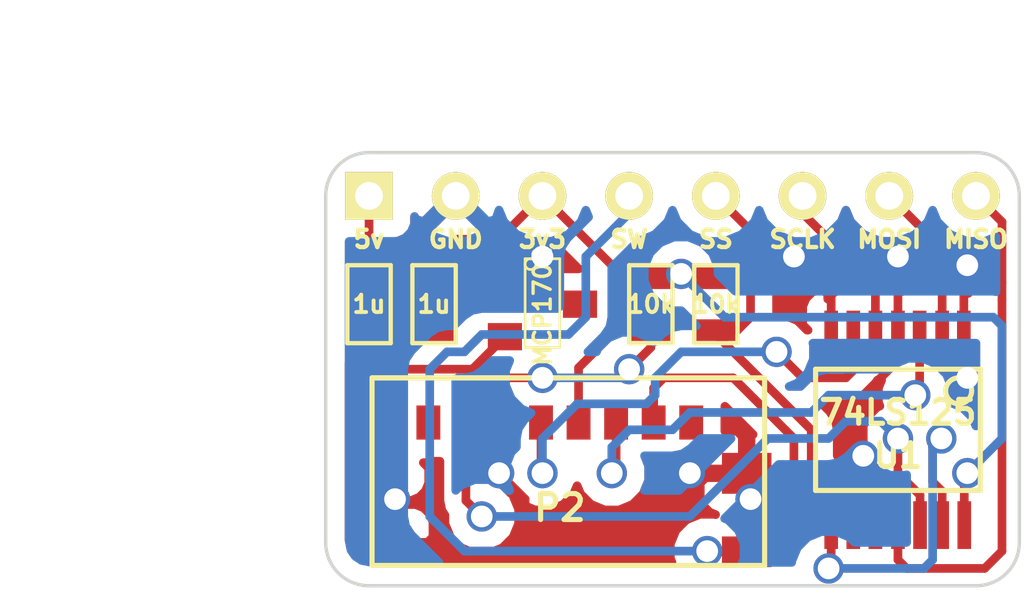
<source format=kicad_pcb>
(kicad_pcb (version 3) (host pcbnew "(2014-01-10 BZR 4027)-stable")

  (general
    (links 30)
    (no_connects 0)
    (area 49.479288 26.360001 78.790001 43.561001)
    (thickness 1.6)
    (drawings 18)
    (tracks 183)
    (zones 0)
    (modules 8)
    (nets 15)
  )

  (page A3)
  (layers
    (15 F.Cu signal)
    (0 B.Cu signal)
    (16 B.Adhes user)
    (17 F.Adhes user)
    (18 B.Paste user)
    (19 F.Paste user)
    (20 B.SilkS user)
    (21 F.SilkS user)
    (22 B.Mask user)
    (23 F.Mask user)
    (24 Dwgs.User user)
    (25 Cmts.User user)
    (26 Eco1.User user)
    (27 Eco2.User user)
    (28 Edge.Cuts user)
  )

  (setup
    (last_trace_width 0.254)
    (trace_clearance 0.2032)
    (zone_clearance 0.508)
    (zone_45_only no)
    (trace_min 0.254)
    (segment_width 0.2)
    (edge_width 0.1)
    (via_size 0.889)
    (via_drill 0.635)
    (via_min_size 0.889)
    (via_min_drill 0.508)
    (uvia_size 0.508)
    (uvia_drill 0.127)
    (uvias_allowed no)
    (uvia_min_size 0.508)
    (uvia_min_drill 0.127)
    (pcb_text_width 0.3)
    (pcb_text_size 1.5 1.5)
    (mod_edge_width 0.15)
    (mod_text_size 1 1)
    (mod_text_width 0.15)
    (pad_size 1 1.2)
    (pad_drill 0)
    (pad_to_mask_clearance 0)
    (aux_axis_origin 0 0)
    (visible_elements FFFFFFBF)
    (pcbplotparams
      (layerselection 3178497)
      (usegerberextensions true)
      (excludeedgelayer true)
      (linewidth 0.150000)
      (plotframeref false)
      (viasonmask false)
      (mode 1)
      (useauxorigin false)
      (hpglpennumber 1)
      (hpglpenspeed 20)
      (hpglpendiameter 15)
      (hpglpenoverlay 2)
      (psnegative false)
      (psa4output false)
      (plotreference true)
      (plotvalue true)
      (plotothertext true)
      (plotinvisibletext false)
      (padsonsilk false)
      (subtractmaskfromsilk false)
      (outputformat 1)
      (mirror false)
      (drillshape 1)
      (scaleselection 1)
      (outputdirectory ""))
  )

  (net 0 "")
  (net 1 /5V)
  (net 2 /CLK)
  (net 3 /CS)
  (net 4 /DET)
  (net 5 /DI)
  (net 6 /DO)
  (net 7 /MISO)
  (net 8 /MOSI)
  (net 9 /SCLK)
  (net 10 /SS)
  (net 11 GND)
  (net 12 N-000001)
  (net 13 N-000002)
  (net 14 VCC)

  (net_class Default "This is the default net class."
    (clearance 0.2032)
    (trace_width 0.254)
    (via_dia 0.889)
    (via_drill 0.635)
    (uvia_dia 0.508)
    (uvia_drill 0.127)
    (add_net "")
    (add_net /5V)
    (add_net /CLK)
    (add_net /CS)
    (add_net /DET)
    (add_net /DI)
    (add_net /DO)
    (add_net /MISO)
    (add_net /MOSI)
    (add_net /SCLK)
    (add_net /SS)
    (add_net GND)
    (add_net N-000001)
    (add_net N-000002)
    (add_net VCC)
  )

  (module 475710001 (layer F.Cu) (tedit 5476240B) (tstamp 5466D6C9)
    (at 65.278 37.084)
    (path /5466C419)
    (fp_text reference P2 (at 0 3.81) (layer F.SilkS)
      (effects (font (size 0.762 0.762) (thickness 0.15)))
    )
    (fp_text value CONN_13 (at 0 4.5) (layer F.SilkS) hide
      (effects (font (size 0.762 0.762) (thickness 0.15)))
    )
    (fp_line (start 0 0) (end -5.5 0) (layer F.SilkS) (width 0.15))
    (fp_line (start -5.5 0) (end -5.5 5.5) (layer F.SilkS) (width 0.15))
    (fp_line (start -5.5 5.5) (end 6 5.5) (layer F.SilkS) (width 0.15))
    (fp_line (start 6 5.5) (end 6 0) (layer F.SilkS) (width 0.15))
    (fp_line (start 6 0) (end -5.5 0) (layer F.SilkS) (width 0.15))
    (pad 4 smd rect (at 0.55 1.31) (size 0.7 1)
      (layers F.Cu F.Paste F.Mask)
      (net 14 VCC)
    )
    (pad 3 smd rect (at 1.65 1.31) (size 0.7 1)
      (layers F.Cu F.Paste F.Mask)
      (net 5 /DI)
    )
    (pad 2 smd rect (at 2.75 1.31) (size 0.7 1)
      (layers F.Cu F.Paste F.Mask)
      (net 3 /CS)
    )
    (pad 1 smd rect (at 3.85 1.31) (size 0.7 1)
      (layers F.Cu F.Paste F.Mask)
    )
    (pad 5 smd rect (at -0.55 1.31) (size 0.7 1)
      (layers F.Cu F.Paste F.Mask)
      (net 2 /CLK)
    )
    (pad 6 smd rect (at -1.65 1.31) (size 0.7 1)
      (layers F.Cu F.Paste F.Mask)
      (net 11 GND)
    )
    (pad 7 smd rect (at -2.75 1.31) (size 0.7 1)
      (layers F.Cu F.Paste F.Mask)
      (net 6 /DO)
    )
    (pad 8 smd rect (at -3.85 1.31) (size 0.7 1)
      (layers F.Cu F.Paste F.Mask)
    )
    (pad 9 smd rect (at -4.975 2.36) (size 1 1.2)
      (layers F.Cu F.Paste F.Mask)
      (net 11 GND)
    )
    (pad 10 smd rect (at -4.925 4.95) (size 1.15 1.2)
      (layers F.Cu F.Paste F.Mask)
      (net 11 GND)
    )
    (pad 11 smd rect (at 5.475 2.8) (size 1.45 1.2)
      (layers F.Cu F.Paste F.Mask)
      (net 11 GND)
    )
    (pad 12 smd rect (at 5.7 3.95) (size 1 0.7)
      (layers F.Cu F.Paste F.Mask)
      (net 11 GND)
    )
    (pad 13 smd rect (at 5.475 5.1) (size 1.45 0.9)
      (layers F.Cu F.Paste F.Mask)
      (net 4 /DET)
    )
  )

  (module SIL-8 (layer F.Cu) (tedit 5466D7F4) (tstamp 5466D11D)
    (at 68.58 31.75)
    (descr "Connecteur 8 pins")
    (tags "CONN DEV")
    (path /5466C31A)
    (fp_text reference P1 (at -6.35 -2.54) (layer F.SilkS) hide
      (effects (font (size 1.72974 1.08712) (thickness 0.27178)))
    )
    (fp_text value CONN_8 (at 5.08 -2.54) (layer F.SilkS) hide
      (effects (font (size 1.524 1.016) (thickness 0.254)))
    )
    (pad 1 thru_hole rect (at -8.89 0) (size 1.397 1.397) (drill 0.8128)
      (layers *.Cu *.Mask F.SilkS)
      (net 1 /5V)
    )
    (pad 2 thru_hole circle (at -6.35 0) (size 1.397 1.397) (drill 0.8128)
      (layers *.Cu *.Mask F.SilkS)
      (net 11 GND)
    )
    (pad 3 thru_hole circle (at -3.81 0) (size 1.397 1.397) (drill 0.8128)
      (layers *.Cu *.Mask F.SilkS)
      (net 14 VCC)
    )
    (pad 4 thru_hole circle (at -1.27 0) (size 1.397 1.397) (drill 0.8128)
      (layers *.Cu *.Mask F.SilkS)
      (net 4 /DET)
    )
    (pad 5 thru_hole circle (at 1.27 0) (size 1.397 1.397) (drill 0.8128)
      (layers *.Cu *.Mask F.SilkS)
      (net 10 /SS)
    )
    (pad 6 thru_hole circle (at 3.81 0) (size 1.397 1.397) (drill 0.8128)
      (layers *.Cu *.Mask F.SilkS)
      (net 9 /SCLK)
    )
    (pad 7 thru_hole circle (at 6.35 0) (size 1.397 1.397) (drill 0.8128)
      (layers *.Cu *.Mask F.SilkS)
      (net 8 /MOSI)
    )
    (pad 8 thru_hole circle (at 8.89 0) (size 1.397 1.397) (drill 0.8128)
      (layers *.Cu *.Mask F.SilkS)
      (net 7 /MISO)
    )
  )

  (module SSOP-14 (layer F.Cu) (tedit 5166A7AE) (tstamp 5466D0DC)
    (at 75.184 38.608 180)
    (descr "SSOP package 14 pads")
    (tags SSOP)
    (path /5466C2C4)
    (attr smd)
    (fp_text reference U1 (at 0 -0.762 180) (layer F.SilkS)
      (effects (font (size 0.7 0.7) (thickness 0.15)))
    )
    (fp_text value 74LS125 (at 0 0.508 180) (layer F.SilkS)
      (effects (font (size 0.7 0.7) (thickness 0.15)))
    )
    (fp_line (start -2.413 -1.778) (end 2.413 -1.778) (layer F.SilkS) (width 0.15))
    (fp_line (start 2.413 -1.778) (end 2.413 1.778) (layer F.SilkS) (width 0.15))
    (fp_line (start 2.413 1.778) (end -2.413 1.778) (layer F.SilkS) (width 0.15))
    (fp_line (start -2.413 1.778) (end -2.413 -1.778) (layer F.SilkS) (width 0.15))
    (fp_circle (center -1.778 1.143) (end -2.159 1.143) (layer F.SilkS) (width 0.15))
    (pad 1 smd rect (at -1.9304 2.794 180) (size 0.4 1.4)
      (layers F.Cu F.Paste F.Mask)
      (net 11 GND)
    )
    (pad 2 smd rect (at -1.2954 2.794 180) (size 0.4 1.4)
      (layers F.Cu F.Paste F.Mask)
      (net 8 /MOSI)
    )
    (pad 3 smd rect (at -0.635 2.794 180) (size 0.4 1.4)
      (layers F.Cu F.Paste F.Mask)
      (net 5 /DI)
    )
    (pad 4 smd rect (at 0 2.794 180) (size 0.4 1.4)
      (layers F.Cu F.Paste F.Mask)
      (net 11 GND)
    )
    (pad 5 smd rect (at 0.6604 2.794 180) (size 0.4 1.4)
      (layers F.Cu F.Paste F.Mask)
      (net 9 /SCLK)
    )
    (pad 6 smd rect (at 1.3081 2.794 180) (size 0.4 1.4)
      (layers F.Cu F.Paste F.Mask)
      (net 2 /CLK)
    )
    (pad 7 smd rect (at 1.9558 2.794 180) (size 0.4 1.4)
      (layers F.Cu F.Paste F.Mask)
      (net 11 GND)
    )
    (pad 8 smd rect (at 1.9558 -2.794 180) (size 0.4 1.4)
      (layers F.Cu F.Paste F.Mask)
      (net 3 /CS)
    )
    (pad 9 smd rect (at 1.3081 -2.794 180) (size 0.4 1.4)
      (layers F.Cu F.Paste F.Mask)
      (net 10 /SS)
    )
    (pad 10 smd rect (at 0.6604 -2.794 180) (size 0.4 1.4)
      (layers F.Cu F.Paste F.Mask)
      (net 11 GND)
    )
    (pad 11 smd rect (at 0 -2.794 180) (size 0.4 1.4)
      (layers F.Cu F.Paste F.Mask)
      (net 7 /MISO)
    )
    (pad 12 smd rect (at -0.6477 -2.794 180) (size 0.4 1.4)
      (layers F.Cu F.Paste F.Mask)
      (net 6 /DO)
    )
    (pad 13 smd rect (at -1.2954 -2.794 180) (size 0.4 1.4)
      (layers F.Cu F.Paste F.Mask)
      (net 3 /CS)
    )
    (pad 14 smd rect (at -1.9431 -2.794 180) (size 0.4 1.4)
      (layers F.Cu F.Paste F.Mask)
      (net 14 VCC)
    )
    (model smd/smd_dil/tssop-14.wrl
      (at (xyz 0 0 0))
      (scale (xyz 1 1 1))
      (rotate (xyz 0 0 0))
    )
  )

  (module SOT23 (layer F.Cu) (tedit 5466DC0A) (tstamp 5466DB23)
    (at 64.77 34.925 270)
    (tags SOT23)
    (path /5466DA0C)
    (fp_text reference VR1 (at 1.99898 -0.09906 360) (layer F.SilkS) hide
      (effects (font (size 0.762 0.762) (thickness 0.11938)))
    )
    (fp_text value MCP1702 (at 0.0635 0 270) (layer F.SilkS)
      (effects (font (size 0.50038 0.50038) (thickness 0.09906)))
    )
    (fp_circle (center -1.17602 0.35052) (end -1.30048 0.44958) (layer F.SilkS) (width 0.07874))
    (fp_line (start 1.27 -0.508) (end 1.27 0.508) (layer F.SilkS) (width 0.07874))
    (fp_line (start -1.3335 -0.508) (end -1.3335 0.508) (layer F.SilkS) (width 0.07874))
    (fp_line (start 1.27 0.508) (end -1.3335 0.508) (layer F.SilkS) (width 0.07874))
    (fp_line (start -1.3335 -0.508) (end 1.27 -0.508) (layer F.SilkS) (width 0.07874))
    (pad 3 smd rect (at 0 -1.09982 270) (size 0.8001 1.00076)
      (layers F.Cu F.Paste F.Mask)
      (net 13 N-000002)
    )
    (pad 2 smd rect (at 0.9525 1.09982 270) (size 0.8001 1.00076)
      (layers F.Cu F.Paste F.Mask)
      (net 12 N-000001)
    )
    (pad 1 smd rect (at -0.9525 1.09982 270) (size 0.8001 1.00076)
      (layers F.Cu F.Paste F.Mask)
      (net 11 GND)
    )
    (model smd\SOT23_3.wrl
      (at (xyz 0 0 0))
      (scale (xyz 0.4 0.4 0.4))
      (rotate (xyz 0 0 180))
    )
  )

  (module SM0603_VALUE (layer F.Cu) (tedit 53CEE6C5) (tstamp 5466D0F4)
    (at 67.945 34.925 90)
    (path /5466CB39)
    (attr smd)
    (fp_text reference R1 (at 0 0 90) (layer F.SilkS) hide
      (effects (font (size 0.508 0.508) (thickness 0.1143)))
    )
    (fp_text value 10k (at 0 0 180) (layer F.SilkS)
      (effects (font (size 0.508 0.508) (thickness 0.1143)))
    )
    (fp_line (start -1.143 -0.635) (end 1.143 -0.635) (layer F.SilkS) (width 0.127))
    (fp_line (start 1.143 -0.635) (end 1.143 0.635) (layer F.SilkS) (width 0.127))
    (fp_line (start 1.143 0.635) (end -1.143 0.635) (layer F.SilkS) (width 0.127))
    (fp_line (start -1.143 0.635) (end -1.143 -0.635) (layer F.SilkS) (width 0.127))
    (pad 1 smd rect (at -0.762 0 90) (size 0.635 1.143)
      (layers F.Cu F.Paste F.Mask)
      (net 6 /DO)
    )
    (pad 2 smd rect (at 0.762 0 90) (size 0.635 1.143)
      (layers F.Cu F.Paste F.Mask)
      (net 14 VCC)
    )
    (model smd\resistors\R0603.wrl
      (at (xyz 0 0 0.001))
      (scale (xyz 0.5 0.5 0.5))
      (rotate (xyz 0 0 0))
    )
  )

  (module SM0603_VALUE (layer F.Cu) (tedit 53CEE6C5) (tstamp 5466D100)
    (at 59.69 34.925 90)
    (path /5466C04B)
    (attr smd)
    (fp_text reference C2 (at 0 0 90) (layer F.SilkS) hide
      (effects (font (size 0.508 0.508) (thickness 0.1143)))
    )
    (fp_text value 1u (at 0 0 180) (layer F.SilkS)
      (effects (font (size 0.508 0.508) (thickness 0.1143)))
    )
    (fp_line (start -1.143 -0.635) (end 1.143 -0.635) (layer F.SilkS) (width 0.127))
    (fp_line (start 1.143 -0.635) (end 1.143 0.635) (layer F.SilkS) (width 0.127))
    (fp_line (start 1.143 0.635) (end -1.143 0.635) (layer F.SilkS) (width 0.127))
    (fp_line (start -1.143 0.635) (end -1.143 -0.635) (layer F.SilkS) (width 0.127))
    (pad 1 smd rect (at -0.762 0 90) (size 0.635 1.143)
      (layers F.Cu F.Paste F.Mask)
      (net 12 N-000001)
    )
    (pad 2 smd rect (at 0.762 0 90) (size 0.635 1.143)
      (layers F.Cu F.Paste F.Mask)
      (net 1 /5V)
    )
    (model smd\resistors\R0603.wrl
      (at (xyz 0 0 0.001))
      (scale (xyz 0.5 0.5 0.5))
      (rotate (xyz 0 0 0))
    )
  )

  (module SM0603_VALUE (layer F.Cu) (tedit 53CEE6C5) (tstamp 5466D10C)
    (at 61.595 34.925 90)
    (path /5466C058)
    (attr smd)
    (fp_text reference C1 (at 0 0 90) (layer F.SilkS) hide
      (effects (font (size 0.508 0.508) (thickness 0.1143)))
    )
    (fp_text value 1u (at 0 0 180) (layer F.SilkS)
      (effects (font (size 0.508 0.508) (thickness 0.1143)))
    )
    (fp_line (start -1.143 -0.635) (end 1.143 -0.635) (layer F.SilkS) (width 0.127))
    (fp_line (start 1.143 -0.635) (end 1.143 0.635) (layer F.SilkS) (width 0.127))
    (fp_line (start 1.143 0.635) (end -1.143 0.635) (layer F.SilkS) (width 0.127))
    (fp_line (start -1.143 0.635) (end -1.143 -0.635) (layer F.SilkS) (width 0.127))
    (pad 1 smd rect (at -0.762 0 90) (size 0.635 1.143)
      (layers F.Cu F.Paste F.Mask)
      (net 13 N-000002)
    )
    (pad 2 smd rect (at 0.762 0 90) (size 0.635 1.143)
      (layers F.Cu F.Paste F.Mask)
      (net 14 VCC)
    )
    (model smd\resistors\R0603.wrl
      (at (xyz 0 0 0.001))
      (scale (xyz 0.5 0.5 0.5))
      (rotate (xyz 0 0 0))
    )
  )

  (module SM0603_VALUE (layer F.Cu) (tedit 53CEE6C5) (tstamp 547619B6)
    (at 69.85 34.925 270)
    (path /5474AAA2)
    (attr smd)
    (fp_text reference R2 (at 0 0 270) (layer F.SilkS) hide
      (effects (font (size 0.508 0.508) (thickness 0.1143)))
    )
    (fp_text value 10k (at 0 0 360) (layer F.SilkS)
      (effects (font (size 0.508 0.508) (thickness 0.1143)))
    )
    (fp_line (start -1.143 -0.635) (end 1.143 -0.635) (layer F.SilkS) (width 0.127))
    (fp_line (start 1.143 -0.635) (end 1.143 0.635) (layer F.SilkS) (width 0.127))
    (fp_line (start 1.143 0.635) (end -1.143 0.635) (layer F.SilkS) (width 0.127))
    (fp_line (start -1.143 0.635) (end -1.143 -0.635) (layer F.SilkS) (width 0.127))
    (pad 1 smd rect (at -0.762 0 270) (size 0.635 1.143)
      (layers F.Cu F.Paste F.Mask)
      (net 14 VCC)
    )
    (pad 2 smd rect (at 0.762 0 270) (size 0.635 1.143)
      (layers F.Cu F.Paste F.Mask)
      (net 10 /SS)
    )
    (model smd\resistors\R0603.wrl
      (at (xyz 0 0 0.001))
      (scale (xyz 0.5 0.5 0.5))
      (rotate (xyz 0 0 0))
    )
  )

  (gr_line (start 58.42 41.91) (end 58.42 31.75) (angle 90) (layer Edge.Cuts) (width 0.1))
  (gr_line (start 77.47 43.18) (end 59.69 43.18) (angle 90) (layer Edge.Cuts) (width 0.1))
  (gr_line (start 78.74 31.75) (end 78.74 41.91) (angle 90) (layer Edge.Cuts) (width 0.1))
  (gr_line (start 59.69 30.48) (end 77.47 30.48) (angle 90) (layer Edge.Cuts) (width 0.1))
  (gr_arc (start 59.69 31.75) (end 58.42 31.75) (angle 90) (layer Edge.Cuts) (width 0.1))
  (gr_arc (start 59.69 41.91) (end 59.69 43.18) (angle 90) (layer Edge.Cuts) (width 0.1))
  (gr_arc (start 77.47 41.91) (end 78.74 41.91) (angle 90) (layer Edge.Cuts) (width 0.1))
  (gr_arc (start 77.47 31.75) (end 77.47 30.48) (angle 90) (layer Edge.Cuts) (width 0.1))
  (dimension 12.7 (width 0.3) (layer Cmts.User)
    (gr_text "0.5000 in" (at 55.165001 36.83 270) (layer Cmts.User)
      (effects (font (size 1.5 1.5) (thickness 0.3)))
    )
    (feature1 (pts (xy 58.42 43.18) (xy 53.815001 43.18)))
    (feature2 (pts (xy 58.42 30.48) (xy 53.815001 30.48)))
    (crossbar (pts (xy 56.515001 30.48) (xy 56.515001 43.18)))
    (arrow1a (pts (xy 56.515001 43.18) (xy 55.928581 42.053497)))
    (arrow1b (pts (xy 56.515001 43.18) (xy 57.101421 42.053497)))
    (arrow2a (pts (xy 56.515001 30.48) (xy 55.928581 31.606503)))
    (arrow2b (pts (xy 56.515001 30.48) (xy 57.101421 31.606503)))
  )
  (dimension 20.32 (width 0.3) (layer Cmts.User)
    (gr_text "0.8000 in" (at 68.58 27.860001) (layer Cmts.User)
      (effects (font (size 1.5 1.5) (thickness 0.3)))
    )
    (feature1 (pts (xy 78.74 30.48) (xy 78.74 26.510001)))
    (feature2 (pts (xy 58.42 30.48) (xy 58.42 26.510001)))
    (crossbar (pts (xy 58.42 29.210001) (xy 78.74 29.210001)))
    (arrow1a (pts (xy 78.74 29.210001) (xy 77.613497 29.796421)))
    (arrow1b (pts (xy 78.74 29.210001) (xy 77.613497 28.623581)))
    (arrow2a (pts (xy 58.42 29.210001) (xy 59.546503 29.796421)))
    (arrow2b (pts (xy 58.42 29.210001) (xy 59.546503 28.623581)))
  )
  (gr_text MOSI (at 74.93 33.02) (layer F.SilkS)
    (effects (font (size 0.508 0.508) (thickness 0.127)))
  )
  (gr_text SS (at 69.85 33.02) (layer F.SilkS)
    (effects (font (size 0.508 0.508) (thickness 0.127)))
  )
  (gr_text SCLK (at 72.39 33.02) (layer F.SilkS)
    (effects (font (size 0.508 0.508) (thickness 0.127)))
  )
  (gr_text MISO (at 77.47 33.02) (layer F.SilkS)
    (effects (font (size 0.508 0.508) (thickness 0.127)))
  )
  (gr_text 5v (at 59.69 33.02) (layer F.SilkS)
    (effects (font (size 0.508 0.508) (thickness 0.127)))
  )
  (gr_text GND (at 62.23 33.02) (layer F.SilkS)
    (effects (font (size 0.508 0.508) (thickness 0.127)))
  )
  (gr_text SW (at 67.31 33.02) (layer F.SilkS)
    (effects (font (size 0.508 0.508) (thickness 0.127)))
  )
  (gr_text 3v3 (at 64.77 33.02) (layer F.SilkS)
    (effects (font (size 0.508 0.508) (thickness 0.127)))
  )

  (segment (start 59.69 34.163) (end 59.69 31.75) (width 0.254) (layer F.Cu) (net 1))
  (segment (start 73.8759 35.814) (end 73.8759 36.8681) (width 0.254) (layer F.Cu) (net 2))
  (segment (start 64.728 39.836) (end 64.728 38.394) (width 0.254) (layer F.Cu) (net 2) (tstamp 54762201))
  (segment (start 64.77 39.878) (end 64.728 39.836) (width 0.254) (layer F.Cu) (net 2) (tstamp 54762200))
  (via (at 64.77 39.878) (size 0.889) (layers F.Cu B.Cu) (net 2))
  (segment (start 64.77 38.862) (end 64.77 39.878) (width 0.254) (layer B.Cu) (net 2) (tstamp 547621FD))
  (segment (start 65.786 37.846) (end 64.77 38.862) (width 0.254) (layer B.Cu) (net 2) (tstamp 547621FA))
  (segment (start 67.818 37.846) (end 65.786 37.846) (width 0.254) (layer B.Cu) (net 2) (tstamp 547621F8))
  (segment (start 68.072 37.592) (end 67.818 37.846) (width 0.254) (layer B.Cu) (net 2) (tstamp 547621F6))
  (segment (start 68.072 37.084) (end 68.072 37.592) (width 0.254) (layer B.Cu) (net 2) (tstamp 547621F4))
  (segment (start 68.834 36.322) (end 68.072 37.084) (width 0.254) (layer B.Cu) (net 2) (tstamp 547621EC))
  (segment (start 71.628 36.322) (end 68.834 36.322) (width 0.254) (layer B.Cu) (net 2) (tstamp 547621EB))
  (via (at 71.628 36.322) (size 0.889) (layers F.Cu B.Cu) (net 2))
  (segment (start 72.39 37.084) (end 71.628 36.322) (width 0.254) (layer F.Cu) (net 2) (tstamp 547621E6))
  (segment (start 73.66 37.084) (end 72.39 37.084) (width 0.254) (layer F.Cu) (net 2) (tstamp 547621E4))
  (segment (start 73.8759 36.8681) (end 73.66 37.084) (width 0.254) (layer F.Cu) (net 2) (tstamp 547621E3))
  (segment (start 73.2282 41.402) (end 72.644 41.402) (width 0.254) (layer F.Cu) (net 3))
  (segment (start 70.358 37.084) (end 68.326 37.084) (width 0.254) (layer F.Cu) (net 3) (tstamp 54761FC4))
  (segment (start 72.136 38.862) (end 70.358 37.084) (width 0.254) (layer F.Cu) (net 3) (tstamp 54761FBD))
  (segment (start 72.136 40.894) (end 72.136 38.862) (width 0.254) (layer F.Cu) (net 3) (tstamp 54761FBA))
  (segment (start 72.644 41.402) (end 72.136 40.894) (width 0.254) (layer F.Cu) (net 3) (tstamp 54761FB8))
  (segment (start 73.152 42.672) (end 75.946 42.672) (width 0.254) (layer B.Cu) (net 3))
  (segment (start 76.2 39.116) (end 76.454 38.862) (width 0.254) (layer B.Cu) (net 3) (tstamp 54761E7A))
  (segment (start 76.2 42.418) (end 76.2 39.116) (width 0.254) (layer B.Cu) (net 3) (tstamp 54761E76))
  (segment (start 75.946 42.672) (end 76.2 42.418) (width 0.254) (layer B.Cu) (net 3) (tstamp 54761E74))
  (segment (start 76.4794 41.402) (end 76.4794 40.4114) (width 0.254) (layer F.Cu) (net 3))
  (via (at 76.454 38.862) (size 0.889) (layers F.Cu B.Cu) (net 3))
  (segment (start 76.2 40.132) (end 76.2 39.116) (width 0.254) (layer F.Cu) (net 3) (tstamp 54761E58))
  (segment (start 76.2 39.116) (end 76.454 38.862) (width 0.254) (layer F.Cu) (net 3) (tstamp 54761E5B))
  (segment (start 76.4794 40.4114) (end 76.2 40.132) (width 0.254) (layer F.Cu) (net 3) (tstamp 54761E56))
  (segment (start 73.2282 42.5958) (end 73.2282 41.402) (width 0.254) (layer F.Cu) (net 3) (tstamp 54761E2F))
  (segment (start 73.152 42.672) (end 73.2282 42.5958) (width 0.254) (layer F.Cu) (net 3) (tstamp 54761E2E))
  (via (at 73.152 42.672) (size 0.889) (layers F.Cu B.Cu) (net 3))
  (segment (start 68.028 38.394) (end 68.028 37.382) (width 0.254) (layer F.Cu) (net 3))
  (segment (start 68.028 37.382) (end 68.326 37.084) (width 0.254) (layer F.Cu) (net 3) (tstamp 546ABEB4))
  (segment (start 65.532 35.814) (end 66.04 35.306) (width 0.254) (layer B.Cu) (net 4))
  (segment (start 61.468 36.83) (end 61.976 36.322) (width 0.254) (layer B.Cu) (net 4))
  (segment (start 67.31 31.75) (end 67.31 32.258) (width 0.254) (layer B.Cu) (net 4))
  (segment (start 66.04 33.528) (end 66.04 35.306) (width 0.254) (layer B.Cu) (net 4) (tstamp 547622C4))
  (segment (start 67.31 32.258) (end 66.04 33.528) (width 0.254) (layer B.Cu) (net 4) (tstamp 547622C2))
  (segment (start 65.532 35.814) (end 62.992 35.814) (width 0.254) (layer B.Cu) (net 4) (tstamp 547622D9))
  (segment (start 62.992 35.814) (end 62.484 36.322) (width 0.254) (layer B.Cu) (net 4) (tstamp 547622C9))
  (segment (start 62.484 36.322) (end 61.976 36.322) (width 0.254) (layer B.Cu) (net 4) (tstamp 547622CB))
  (segment (start 69.616 42.184) (end 70.753 42.184) (width 0.254) (layer F.Cu) (net 4) (tstamp 546AB3A9))
  (segment (start 69.596 42.164) (end 69.616 42.184) (width 0.254) (layer F.Cu) (net 4) (tstamp 546AB3A8))
  (via (at 69.596 42.164) (size 0.889) (layers F.Cu B.Cu) (net 4))
  (segment (start 62.484 42.164) (end 69.596 42.164) (width 0.254) (layer B.Cu) (net 4) (tstamp 546AB3A3))
  (segment (start 61.468 41.148) (end 62.484 42.164) (width 0.254) (layer B.Cu) (net 4) (tstamp 546AB39F))
  (segment (start 61.468 36.83) (end 61.468 41.148) (width 0.254) (layer B.Cu) (net 4) (tstamp 547622D3))
  (segment (start 75.819 35.814) (end 75.819 37.465) (width 0.254) (layer F.Cu) (net 5))
  (segment (start 75.692 37.592) (end 73.152 37.592) (width 0.254) (layer B.Cu) (net 5) (tstamp 5476231D))
  (via (at 75.692 37.592) (size 0.889) (layers F.Cu B.Cu) (net 5))
  (segment (start 75.819 37.465) (end 75.692 37.592) (width 0.254) (layer F.Cu) (net 5) (tstamp 5476231A))
  (segment (start 73.152 37.592) (end 72.644 38.1) (width 0.254) (layer B.Cu) (net 5) (tstamp 5476216C))
  (segment (start 67.564 38.608) (end 68.58 38.608) (width 0.254) (layer B.Cu) (net 5))
  (segment (start 69.088 38.1) (end 72.644 38.1) (width 0.254) (layer B.Cu) (net 5) (tstamp 54761FFD))
  (segment (start 68.58 38.608) (end 69.088 38.1) (width 0.254) (layer B.Cu) (net 5) (tstamp 54761FFB))
  (segment (start 67.564 38.608) (end 67.31 38.608) (width 0.254) (layer B.Cu) (net 5) (tstamp 54761FF9))
  (segment (start 66.802 39.116) (end 66.802 39.878) (width 0.254) (layer B.Cu) (net 5) (tstamp 546AB037))
  (segment (start 67.31 38.608) (end 66.802 39.116) (width 0.254) (layer B.Cu) (net 5) (tstamp 546AB034))
  (segment (start 66.928 39.752) (end 66.928 38.394) (width 0.254) (layer F.Cu) (net 5) (tstamp 546AB01F))
  (via (at 66.802 39.878) (size 0.889) (layers F.Cu B.Cu) (net 5))
  (segment (start 66.802 39.878) (end 66.928 39.752) (width 0.254) (layer F.Cu) (net 5) (tstamp 546AB01E))
  (segment (start 75.184 38.862) (end 74.676 38.354) (width 0.254) (layer B.Cu) (net 6))
  (segment (start 73.152 38.862) (end 71.374 38.862) (width 0.254) (layer B.Cu) (net 6) (tstamp 54762217))
  (segment (start 73.66 38.354) (end 73.152 38.862) (width 0.254) (layer B.Cu) (net 6) (tstamp 54762214))
  (segment (start 74.676 38.354) (end 73.66 38.354) (width 0.254) (layer B.Cu) (net 6) (tstamp 54762210))
  (segment (start 71.374 38.862) (end 69.088 41.148) (width 0.254) (layer B.Cu) (net 6) (tstamp 54762010))
  (segment (start 75.8317 41.402) (end 75.8317 40.5257) (width 0.254) (layer F.Cu) (net 6))
  (segment (start 75.8317 40.5257) (end 75.184 39.878) (width 0.254) (layer F.Cu) (net 6) (tstamp 54761E8A))
  (via (at 75.184 38.862) (size 0.889) (layers F.Cu B.Cu) (net 6))
  (segment (start 75.184 39.878) (end 75.184 38.862) (width 0.254) (layer F.Cu) (net 6) (tstamp 54761E93))
  (segment (start 62.528 40.684) (end 62.528 38.394) (width 0.254) (layer F.Cu) (net 6) (tstamp 54761C95))
  (segment (start 62.992 41.148) (end 62.528 40.684) (width 0.254) (layer F.Cu) (net 6) (tstamp 54761C94))
  (via (at 62.992 41.148) (size 0.889) (layers F.Cu B.Cu) (net 6))
  (segment (start 69.088 41.148) (end 62.992 41.148) (width 0.254) (layer B.Cu) (net 6) (tstamp 54761EA3))
  (segment (start 62.528 38.394) (end 62.528 37.802) (width 0.254) (layer F.Cu) (net 6))
  (segment (start 67.945 36.195) (end 67.945 35.687) (width 0.254) (layer F.Cu) (net 6) (tstamp 54761C1B))
  (segment (start 67.31 36.83) (end 67.945 36.195) (width 0.254) (layer F.Cu) (net 6) (tstamp 54761C1A))
  (via (at 67.31 36.83) (size 0.889) (layers F.Cu B.Cu) (net 6))
  (segment (start 67.056 37.084) (end 67.31 36.83) (width 0.254) (layer B.Cu) (net 6) (tstamp 54761C08))
  (segment (start 64.77 37.084) (end 67.056 37.084) (width 0.254) (layer B.Cu) (net 6) (tstamp 54761C07))
  (via (at 64.77 37.084) (size 0.889) (layers F.Cu B.Cu) (net 6))
  (segment (start 63.246 37.084) (end 64.77 37.084) (width 0.254) (layer F.Cu) (net 6) (tstamp 54761C02))
  (segment (start 62.528 37.802) (end 63.246 37.084) (width 0.254) (layer F.Cu) (net 6) (tstamp 54761BFF))
  (segment (start 78.232 34.29) (end 78.232 32.512) (width 0.254) (layer F.Cu) (net 7))
  (segment (start 78.232 32.512) (end 77.47 31.75) (width 0.254) (layer F.Cu) (net 7) (tstamp 54761D71))
  (segment (start 78.232 34.798) (end 78.232 34.29) (width 0.254) (layer F.Cu) (net 7))
  (segment (start 75.184 42.418) (end 75.438 42.672) (width 0.254) (layer F.Cu) (net 7) (tstamp 54761D23))
  (segment (start 75.438 42.672) (end 77.724 42.672) (width 0.254) (layer F.Cu) (net 7) (tstamp 54761D25))
  (segment (start 77.724 42.672) (end 78.232 42.164) (width 0.254) (layer F.Cu) (net 7) (tstamp 54761D27))
  (segment (start 78.232 42.164) (end 78.232 34.798) (width 0.254) (layer F.Cu) (net 7) (tstamp 54761D28))
  (segment (start 75.184 41.402) (end 75.184 42.418) (width 0.254) (layer F.Cu) (net 7))
  (segment (start 76.4794 35.814) (end 76.4794 34.5694) (width 0.254) (layer F.Cu) (net 8))
  (segment (start 76.2 33.02) (end 74.93 31.75) (width 0.254) (layer F.Cu) (net 8) (tstamp 54761D56))
  (segment (start 76.2 34.29) (end 76.2 33.02) (width 0.254) (layer F.Cu) (net 8) (tstamp 54761D52))
  (segment (start 76.4794 34.5694) (end 76.2 34.29) (width 0.254) (layer F.Cu) (net 8) (tstamp 54761D50))
  (segment (start 74.5236 35.814) (end 74.5236 34.3916) (width 0.254) (layer F.Cu) (net 9))
  (segment (start 72.39 32.258) (end 72.39 31.75) (width 0.254) (layer F.Cu) (net 9) (tstamp 54762077))
  (segment (start 74.5236 34.3916) (end 72.39 32.258) (width 0.254) (layer F.Cu) (net 9) (tstamp 54762075))
  (segment (start 69.85 35.687) (end 70.485 35.687) (width 0.254) (layer F.Cu) (net 10))
  (segment (start 70.866 32.766) (end 69.85 31.75) (width 0.254) (layer F.Cu) (net 10) (tstamp 5476210E))
  (segment (start 70.866 35.306) (end 70.866 32.766) (width 0.254) (layer F.Cu) (net 10) (tstamp 5476210B))
  (segment (start 70.485 35.687) (end 70.866 35.306) (width 0.254) (layer F.Cu) (net 10) (tstamp 5476210A))
  (segment (start 73.8759 41.402) (end 73.8759 40.3479) (width 0.254) (layer F.Cu) (net 10))
  (segment (start 73.8759 40.3479) (end 73.66 40.132) (width 0.254) (layer F.Cu) (net 10) (tstamp 5476203E))
  (segment (start 72.644 39.878) (end 72.644 38.608) (width 0.254) (layer F.Cu) (net 10) (tstamp 54762041))
  (segment (start 72.898 40.132) (end 72.644 39.878) (width 0.254) (layer F.Cu) (net 10) (tstamp 54762040))
  (segment (start 73.66 40.132) (end 72.898 40.132) (width 0.254) (layer F.Cu) (net 10) (tstamp 5476203F))
  (segment (start 69.85 35.814) (end 69.85 35.687) (width 0.254) (layer F.Cu) (net 10) (tstamp 54761FCD))
  (segment (start 72.644 38.608) (end 69.85 35.814) (width 0.254) (layer F.Cu) (net 10) (tstamp 54762021))
  (segment (start 74.168 39.37) (end 74.168 37.592) (width 0.254) (layer F.Cu) (net 11))
  (segment (start 74.5236 39.7256) (end 74.168 39.37) (width 0.254) (layer F.Cu) (net 11) (tstamp 5476221C))
  (via (at 74.168 39.37) (size 0.889) (layers F.Cu B.Cu) (net 11))
  (segment (start 74.5236 41.402) (end 74.5236 39.7256) (width 0.254) (layer F.Cu) (net 11))
  (segment (start 75.184 36.576) (end 75.184 35.814) (width 0.254) (layer F.Cu) (net 11) (tstamp 54762329))
  (segment (start 74.168 37.592) (end 75.184 36.576) (width 0.254) (layer F.Cu) (net 11) (tstamp 54762327))
  (segment (start 63.67018 33.9725) (end 64.3255 33.9725) (width 0.254) (layer F.Cu) (net 11))
  (via (at 64.77 33.528) (size 0.889) (layers F.Cu B.Cu) (net 11))
  (segment (start 64.3255 33.9725) (end 64.77 33.528) (width 0.254) (layer F.Cu) (net 11) (tstamp 547622E5))
  (segment (start 60.353 42.034) (end 62.354 42.034) (width 0.254) (layer F.Cu) (net 11))
  (segment (start 63.628 39.75) (end 63.5 39.878) (width 0.254) (layer F.Cu) (net 11) (tstamp 54761C7C))
  (via (at 63.5 39.878) (size 0.889) (layers F.Cu B.Cu) (net 11))
  (segment (start 63.628 39.75) (end 63.628 38.394) (width 0.254) (layer F.Cu) (net 11))
  (segment (start 64.262 40.64) (end 63.5 39.878) (width 0.254) (layer F.Cu) (net 11) (tstamp 54762289))
  (segment (start 64.262 41.91) (end 64.262 40.64) (width 0.254) (layer F.Cu) (net 11) (tstamp 54762288))
  (segment (start 64.008 42.164) (end 64.262 41.91) (width 0.254) (layer F.Cu) (net 11) (tstamp 54762287))
  (segment (start 62.484 42.164) (end 64.008 42.164) (width 0.254) (layer F.Cu) (net 11) (tstamp 54762286))
  (segment (start 62.354 42.034) (end 62.484 42.164) (width 0.254) (layer F.Cu) (net 11) (tstamp 54762285))
  (segment (start 70.978 41.034) (end 70.978 40.752) (width 0.254) (layer F.Cu) (net 11))
  (via (at 70.866 40.64) (size 0.889) (layers F.Cu B.Cu) (net 11))
  (segment (start 70.978 40.752) (end 70.866 40.64) (width 0.254) (layer F.Cu) (net 11) (tstamp 5476223E))
  (segment (start 73.2282 35.814) (end 73.2282 34.6202) (width 0.254) (layer F.Cu) (net 11))
  (via (at 72.136 33.528) (size 0.889) (layers F.Cu B.Cu) (net 11))
  (segment (start 73.2282 34.6202) (end 72.136 33.528) (width 0.254) (layer F.Cu) (net 11) (tstamp 547621CF))
  (segment (start 75.184 35.814) (end 75.184 33.528) (width 0.254) (layer F.Cu) (net 11))
  (via (at 75.184 33.528) (size 0.889) (layers F.Cu B.Cu) (net 11))
  (segment (start 77.1144 35.814) (end 77.1144 33.8836) (width 0.254) (layer F.Cu) (net 11))
  (via (at 77.216 33.782) (size 0.889) (layers F.Cu B.Cu) (net 11))
  (segment (start 77.1144 33.8836) (end 77.216 33.782) (width 0.254) (layer F.Cu) (net 11) (tstamp 54761D63))
  (segment (start 77.1144 35.814) (end 77.1144 36.9824) (width 0.254) (layer F.Cu) (net 11))
  (via (at 77.216 37.084) (size 0.889) (layers F.Cu B.Cu) (net 11))
  (segment (start 77.1144 36.9824) (end 77.216 37.084) (width 0.254) (layer F.Cu) (net 11) (tstamp 546AC016))
  (segment (start 70.753 39.884) (end 69.094 39.884) (width 0.254) (layer F.Cu) (net 11))
  (via (at 69.088 39.878) (size 0.889) (layers F.Cu B.Cu) (net 11))
  (segment (start 69.094 39.884) (end 69.088 39.878) (width 0.254) (layer F.Cu) (net 11) (tstamp 546AB353))
  (segment (start 70.978 41.034) (end 70.978 40.109) (width 0.254) (layer F.Cu) (net 11))
  (segment (start 70.978 40.109) (end 70.753 39.884) (width 0.254) (layer F.Cu) (net 11) (tstamp 546AB32C))
  (segment (start 60.353 39.444) (end 60.353 40.541) (width 0.254) (layer F.Cu) (net 11))
  (segment (start 60.353 40.739) (end 60.452 40.64) (width 0.254) (layer F.Cu) (net 11) (tstamp 546AAF13))
  (via (at 60.452 40.64) (size 0.889) (layers F.Cu B.Cu) (net 11))
  (segment (start 60.353 40.739) (end 60.353 42.034) (width 0.254) (layer F.Cu) (net 11))
  (segment (start 60.353 40.541) (end 60.452 40.64) (width 0.254) (layer F.Cu) (net 11) (tstamp 546AAF22))
  (segment (start 59.69 35.687) (end 59.69 36.195) (width 0.254) (layer F.Cu) (net 12))
  (segment (start 62.71768 36.83) (end 63.67018 35.8775) (width 0.254) (layer F.Cu) (net 12) (tstamp 54761B4B))
  (segment (start 60.325 36.83) (end 62.71768 36.83) (width 0.254) (layer F.Cu) (net 12) (tstamp 54761B4A))
  (segment (start 59.69 36.195) (end 60.325 36.83) (width 0.254) (layer F.Cu) (net 12) (tstamp 54761B49))
  (segment (start 65.86982 34.925) (end 62.357 34.925) (width 0.254) (layer F.Cu) (net 13))
  (segment (start 62.357 34.925) (end 61.595 35.687) (width 0.254) (layer F.Cu) (net 13) (tstamp 54761B9F))
  (segment (start 78.232 36.322) (end 78.232 35.56) (width 0.254) (layer B.Cu) (net 14))
  (segment (start 70.104 35.306) (end 68.834 34.036) (width 0.254) (layer B.Cu) (net 14) (tstamp 547621C0))
  (segment (start 77.978 35.306) (end 70.104 35.306) (width 0.254) (layer B.Cu) (net 14) (tstamp 547621B5))
  (segment (start 78.232 35.56) (end 77.978 35.306) (width 0.254) (layer B.Cu) (net 14) (tstamp 547621B3))
  (segment (start 68.834 34.036) (end 68.072 34.036) (width 0.254) (layer F.Cu) (net 14))
  (segment (start 68.072 34.036) (end 67.945 34.163) (width 0.254) (layer F.Cu) (net 14) (tstamp 54762102))
  (segment (start 68.834 34.036) (end 69.723 34.036) (width 0.254) (layer F.Cu) (net 14))
  (segment (start 69.723 34.036) (end 69.85 34.163) (width 0.254) (layer F.Cu) (net 14) (tstamp 547620F8))
  (via (at 68.834 34.036) (size 0.889) (layers F.Cu B.Cu) (net 14))
  (segment (start 77.1271 41.402) (end 77.1271 39.9669) (width 0.254) (layer F.Cu) (net 14))
  (segment (start 78.232 38.862) (end 78.232 36.322) (width 0.254) (layer B.Cu) (net 14) (tstamp 54761D18))
  (segment (start 77.216 39.878) (end 78.232 38.862) (width 0.254) (layer B.Cu) (net 14) (tstamp 54761D17))
  (via (at 77.216 39.878) (size 0.889) (layers F.Cu B.Cu) (net 14))
  (segment (start 77.1271 39.9669) (end 77.216 39.878) (width 0.254) (layer F.Cu) (net 14) (tstamp 54761D14))
  (segment (start 65.828 38.394) (end 65.828 36.788) (width 0.254) (layer F.Cu) (net 14))
  (segment (start 66.802 35.814) (end 66.802 33.782) (width 0.254) (layer F.Cu) (net 14) (tstamp 54761BF3))
  (segment (start 65.828 36.788) (end 66.802 35.814) (width 0.254) (layer F.Cu) (net 14) (tstamp 54761BF1))
  (segment (start 67.945 34.163) (end 67.183 34.163) (width 0.254) (layer F.Cu) (net 14))
  (segment (start 67.183 34.163) (end 66.802 33.782) (width 0.254) (layer F.Cu) (net 14) (tstamp 54761BD5))
  (segment (start 66.802 33.782) (end 64.77 31.75) (width 0.254) (layer F.Cu) (net 14) (tstamp 54761BF9))
  (segment (start 64.77 31.75) (end 63.5 33.02) (width 0.254) (layer F.Cu) (net 14))
  (segment (start 63.5 33.02) (end 62.23 33.02) (width 0.254) (layer F.Cu) (net 14) (tstamp 54761BA4))
  (segment (start 62.23 33.02) (end 61.595 33.655) (width 0.254) (layer F.Cu) (net 14) (tstamp 54761BA5))
  (segment (start 61.595 33.655) (end 61.595 34.163) (width 0.254) (layer F.Cu) (net 14) (tstamp 54761BA6))

  (zone (net 11) (net_name GND) (layer F.Cu) (tstamp 5466D8F5) (hatch edge 0.508)
    (connect_pads (clearance 0.508))
    (min_thickness 0.254)
    (fill (arc_segments 16) (thermal_gap 0.508) (thermal_bridge_width 0.508))
    (polygon
      (pts
        (xy 78.74 43.18) (xy 58.42 43.18) (xy 58.42 30.48) (xy 78.74 30.48)
      )
    )
    (filled_polygon
      (pts
        (xy 62.423747 31.764142) (xy 62.244142 31.943747) (xy 62.23 31.929605) (xy 61.475419 32.684186) (xy 61.478066 32.694303)
        (xy 61.056185 33.116185) (xy 60.993239 33.21039) (xy 60.897745 33.21039) (xy 60.664271 33.306859) (xy 60.642618 33.328473)
        (xy 60.621668 33.307487) (xy 60.452 33.237034) (xy 60.452 33.08361) (xy 60.514255 33.08361) (xy 60.747729 32.987141)
        (xy 60.926513 32.808668) (xy 61.023389 32.575364) (xy 61.023582 32.354519) (xy 61.060202 32.442928) (xy 61.295814 32.504581)
        (xy 62.050395 31.75) (xy 62.036252 31.735857) (xy 62.215857 31.556252) (xy 62.23 31.570395) (xy 62.244142 31.556252)
        (xy 62.423747 31.735857) (xy 62.409605 31.75) (xy 62.423747 31.764142)
      )
    )
    (filled_polygon
      (pts
        (xy 63.850892 40.480415) (xy 63.604286 40.233378) (xy 63.29 40.102874) (xy 63.29 39.52903) (xy 63.34225 39.529)
        (xy 63.501 39.37025) (xy 63.501 39.049495) (xy 63.512889 39.020864) (xy 63.51311 38.768245) (xy 63.51311 38.247)
        (xy 63.74289 38.247) (xy 63.74289 39.019755) (xy 63.755 39.049063) (xy 63.755 39.37025) (xy 63.795255 39.410505)
        (xy 63.690687 39.662332) (xy 63.690313 40.091784) (xy 63.850892 40.480415)
      )
    )
    (filled_polygon
      (pts
        (xy 65.832209 33.88984) (xy 65.243685 33.88984) (xy 65.010211 33.986309) (xy 64.833212 34.163) (xy 64.71031 34.163)
        (xy 64.64681 34.0995) (xy 63.79718 34.0995) (xy 63.79718 34.1195) (xy 63.54318 34.1195) (xy 63.54318 34.0995)
        (xy 63.52318 34.0995) (xy 63.52318 33.8455) (xy 63.54318 33.8455) (xy 63.54318 33.8255) (xy 63.79718 33.8255)
        (xy 63.79718 33.8455) (xy 64.64681 33.8455) (xy 64.80556 33.68675) (xy 64.80567 33.446695) (xy 64.709201 33.213221)
        (xy 64.579539 33.083333) (xy 65.026092 33.083723) (xy 65.832209 33.88984)
      )
    )
    (filled_polygon
      (pts
        (xy 70.942059 38.74569) (xy 70.88 38.80775) (xy 70.88 39.757) (xy 70.9 39.757) (xy 70.9 40.011)
        (xy 70.88 40.011) (xy 70.88 40.031) (xy 70.626 40.031) (xy 70.626 40.011) (xy 69.55175 40.011)
        (xy 69.393 40.16975) (xy 69.39289 40.358245) (xy 69.393111 40.610864) (xy 69.489987 40.844168) (xy 69.668771 41.022641)
        (xy 69.843 41.09463) (xy 69.843 41.097697) (xy 69.811668 41.084687) (xy 69.382216 41.084313) (xy 68.985311 41.248311)
        (xy 68.681378 41.551714) (xy 68.516687 41.948332) (xy 68.516313 42.377784) (xy 68.564745 42.495) (xy 61.56311 42.495)
        (xy 61.56311 41.559755) (xy 61.562889 41.307136) (xy 61.466013 41.073832) (xy 61.43811 41.045977) (xy 61.287229 40.895359)
        (xy 61.053755 40.79889) (xy 60.63875 40.799) (xy 60.48 40.95775) (xy 60.48 41.907) (xy 61.40425 41.907)
        (xy 61.563 41.74825) (xy 61.56311 41.559755) (xy 61.56311 42.495) (xy 61.563102 42.495) (xy 61.563 42.31975)
        (xy 61.40425 42.161) (xy 60.48 42.161) (xy 60.48 42.181) (xy 60.226 42.181) (xy 60.226 42.161)
        (xy 60.226 41.907) (xy 60.226 40.95775) (xy 60.176 40.90775) (xy 60.176 40.52025) (xy 60.176 39.571)
        (xy 60.176 39.317) (xy 60.176 38.36775) (xy 60.01725 38.209) (xy 59.677245 38.20889) (xy 59.443771 38.305359)
        (xy 59.264987 38.483832) (xy 59.168111 38.717136) (xy 59.16789 38.969755) (xy 59.168 39.15825) (xy 59.32675 39.317)
        (xy 60.176 39.317) (xy 60.176 39.571) (xy 59.32675 39.571) (xy 59.168 39.72975) (xy 59.16789 39.918245)
        (xy 59.168111 40.170864) (xy 59.264987 40.404168) (xy 59.443771 40.582641) (xy 59.677245 40.67911) (xy 60.01725 40.679)
        (xy 60.176 40.52025) (xy 60.176 40.90775) (xy 60.06725 40.799) (xy 59.652245 40.79889) (xy 59.418771 40.895359)
        (xy 59.239987 41.073832) (xy 59.143111 41.307136) (xy 59.14289 41.559755) (xy 59.143 41.74825) (xy 59.30175 41.907)
        (xy 60.226 41.907) (xy 60.226 42.161) (xy 59.30175 42.161) (xy 59.230693 42.232056) (xy 59.161534 42.128357)
        (xy 59.105 41.842835) (xy 59.105 36.664694) (xy 59.151185 36.733815) (xy 59.786184 37.368815) (xy 59.786185 37.368815)
        (xy 60.033395 37.533996) (xy 60.325 37.592) (xy 60.515833 37.592) (xy 60.443111 37.767136) (xy 60.44289 38.019755)
        (xy 60.44289 38.35486) (xy 60.43 38.36775) (xy 60.43 39.317) (xy 60.45 39.317) (xy 60.45 39.571)
        (xy 60.43 39.571) (xy 60.43 40.52025) (xy 60.58875 40.679) (xy 60.928755 40.67911) (xy 61.162229 40.582641)
        (xy 61.341013 40.404168) (xy 61.437889 40.170864) (xy 61.43811 39.918245) (xy 61.438 39.72975) (xy 61.279252 39.571002)
        (xy 61.438 39.571002) (xy 61.438 39.52911) (xy 61.766 39.52911) (xy 61.766 40.684) (xy 61.824004 40.975605)
        (xy 61.912533 41.108098) (xy 61.912313 41.361784) (xy 62.076311 41.758689) (xy 62.379714 42.062622) (xy 62.776332 42.227313)
        (xy 63.205784 42.227687) (xy 63.602689 42.063689) (xy 63.906622 41.760286) (xy 64.071313 41.363668) (xy 64.071687 40.934216)
        (xy 63.911107 40.545584) (xy 64.157714 40.792622) (xy 64.554332 40.957313) (xy 64.983784 40.957687) (xy 65.380689 40.793689)
        (xy 65.684622 40.490286) (xy 65.786046 40.24603) (xy 65.886311 40.488689) (xy 66.189714 40.792622) (xy 66.586332 40.957313)
        (xy 67.015784 40.957687) (xy 67.412689 40.793689) (xy 67.716622 40.490286) (xy 67.881313 40.093668) (xy 67.881687 39.664216)
        (xy 67.825862 39.52911) (xy 68.503755 39.52911) (xy 68.577894 39.498476) (xy 68.651136 39.528889) (xy 68.903755 39.52911)
        (xy 69.392959 39.52911) (xy 69.393 39.59825) (xy 69.55175 39.757) (xy 70.626 39.757) (xy 70.626 38.80775)
        (xy 70.46725 38.649) (xy 70.11311 38.648931) (xy 70.11311 37.91674) (xy 70.942059 38.74569)
      )
    )
    (filled_polygon
      (pts
        (xy 73.533293 34.478923) (xy 73.48695 34.479) (xy 73.44264 34.523309) (xy 73.316671 34.575359) (xy 73.137887 34.753832)
        (xy 73.1282 34.77716) (xy 73.1282 34.63775) (xy 72.96945 34.479) (xy 72.902445 34.47889) (xy 72.668971 34.575359)
        (xy 72.490187 34.753832) (xy 72.393311 34.987136) (xy 72.39309 35.239755) (xy 72.3932 35.52825) (xy 72.551948 35.686998)
        (xy 72.519418 35.686998) (xy 72.240286 35.407378) (xy 71.843668 35.242687) (xy 71.628 35.242499) (xy 71.628 32.874169)
        (xy 71.633647 32.879826) (xy 72.123587 33.083267) (xy 72.137649 33.083279) (xy 73.533293 34.478923)
      )
    )
    (filled_polygon
      (pts
        (xy 74.707038 37.14911) (xy 74.612687 37.376332) (xy 74.612313 37.805784) (xy 74.656222 37.912052) (xy 74.573311 37.946311)
        (xy 74.269378 38.249714) (xy 74.104687 38.646332) (xy 74.104313 39.075784) (xy 74.268311 39.472689) (xy 74.422 39.626646)
        (xy 74.422 39.819986) (xy 74.414715 39.809085) (xy 74.414715 39.809084) (xy 74.198815 39.593185) (xy 73.951605 39.428004)
        (xy 73.66 39.37) (xy 73.406 39.37) (xy 73.406 38.608) (xy 73.347996 38.316395) (xy 73.182815 38.069185)
        (xy 73.182815 38.069184) (xy 72.95963 37.846) (xy 73.66 37.846) (xy 73.66 37.845999) (xy 73.951604 37.787996)
        (xy 73.951605 37.787996) (xy 74.198815 37.622815) (xy 74.414715 37.406916) (xy 74.414715 37.406915) (xy 74.579896 37.159705)
        (xy 74.582003 37.14911) (xy 74.707038 37.14911)
      )
    )
    (filled_polygon
      (pts
        (xy 75.475583 34.478946) (xy 75.44275 34.479) (xy 75.407382 34.514367) (xy 75.311002 34.55419) (xy 75.311002 34.479)
        (xy 75.2856 34.479) (xy 75.2856 34.3916) (xy 75.227596 34.099995) (xy 75.062415 33.852785) (xy 73.577379 32.367749)
        (xy 73.660093 32.168551) (xy 73.798855 32.50438) (xy 74.173647 32.879826) (xy 74.663587 33.083267) (xy 75.186092 33.083723)
        (xy 75.438 33.33563) (xy 75.438 34.29) (xy 75.475583 34.478946)
      )
    )
    (filled_polygon
      (pts
        (xy 77.47 34.491221) (xy 77.440155 34.47889) (xy 77.37315 34.479) (xy 77.241402 34.610748) (xy 77.241402 34.479)
        (xy 77.223418 34.479) (xy 77.183396 34.277795) (xy 77.018215 34.030585) (xy 77.018215 34.030584) (xy 76.962 33.974369)
        (xy 76.962 33.02) (xy 76.953967 32.979615) (xy 77.203587 33.083267) (xy 77.47 33.083499) (xy 77.47 34.29)
        (xy 77.47 34.491221)
      )
    )
    (filled_polygon
      (pts
        (xy 77.47 38.494081) (xy 77.369689 38.251311) (xy 77.066286 37.947378) (xy 76.765212 37.82236) (xy 76.771313 37.807668)
        (xy 76.771687 37.378216) (xy 76.677022 37.14911) (xy 76.788645 37.14911) (xy 76.805155 37.14911) (xy 76.80522 37.149082)
        (xy 76.85565 37.149) (xy 76.891017 37.113632) (xy 77.038629 37.052641) (xy 77.2144 36.877175) (xy 77.2144 36.99025)
        (xy 77.37315 37.149) (xy 77.440155 37.14911) (xy 77.47 37.136778) (xy 77.47 38.494081)
      )
    )
  )
  (zone (net 11) (net_name GND) (layer B.Cu) (tstamp 5466D8F6) (hatch edge 0.508)
    (connect_pads (clearance 0.508))
    (min_thickness 0.254)
    (fill (arc_segments 16) (thermal_gap 0.508) (thermal_bridge_width 0.508))
    (polygon
      (pts
        (xy 78.74 43.18) (xy 58.42 43.18) (xy 58.42 30.48) (xy 78.74 30.48)
      )
    )
    (filled_polygon
      (pts
        (xy 64.438962 38.115407) (xy 64.231185 38.323185) (xy 64.066004 38.570395) (xy 64.008 38.862) (xy 64.008 39.113358)
        (xy 63.855378 39.265714) (xy 63.690687 39.662332) (xy 63.690313 40.091784) (xy 63.81188 40.386) (xy 63.756641 40.386)
        (xy 63.604286 40.233378) (xy 63.207668 40.068687) (xy 62.778216 40.068313) (xy 62.381311 40.232311) (xy 62.23 40.383358)
        (xy 62.23 37.14563) (xy 62.29163 37.084) (xy 62.484 37.084) (xy 62.484 37.083999) (xy 62.775604 37.025996)
        (xy 62.775605 37.025996) (xy 63.022815 36.860815) (xy 63.30763 36.576) (xy 63.812074 36.576) (xy 63.690687 36.868332)
        (xy 63.690313 37.297784) (xy 63.854311 37.694689) (xy 64.157714 37.998622) (xy 64.438962 38.115407)
      )
    )
    (filled_polygon
      (pts
        (xy 66.122464 32.367904) (xy 65.501185 32.989185) (xy 65.336004 33.236395) (xy 65.278 33.528) (xy 65.278 34.990369)
        (xy 65.216369 35.052) (xy 62.992 35.052) (xy 62.984581 35.053475) (xy 62.984581 32.684186) (xy 62.23 31.929605)
        (xy 61.475419 32.684186) (xy 61.537072 32.919798) (xy 62.03748 33.095924) (xy 62.567198 33.067146) (xy 62.922928 32.919798)
        (xy 62.984581 32.684186) (xy 62.984581 35.053475) (xy 62.700395 35.110004) (xy 62.453184 35.275185) (xy 62.168369 35.56)
        (xy 61.976 35.56) (xy 61.684395 35.618004) (xy 61.437184 35.783185) (xy 60.929185 36.291185) (xy 60.764004 36.538395)
        (xy 60.706 36.83) (xy 60.706 41.148) (xy 60.764004 41.439605) (xy 60.929185 41.686815) (xy 61.737369 42.495)
        (xy 59.759392 42.495) (xy 59.471809 42.438057) (xy 59.284982 42.313458) (xy 59.161534 42.128357) (xy 59.105 41.842835)
        (xy 59.105 33.083599) (xy 59.117255 33.08361) (xy 60.514255 33.08361) (xy 60.747729 32.987141) (xy 60.926513 32.808668)
        (xy 61.023389 32.575364) (xy 61.023582 32.354519) (xy 61.060202 32.442928) (xy 61.295814 32.504581) (xy 62.050395 31.75)
        (xy 62.036252 31.735857) (xy 62.215857 31.556252) (xy 62.23 31.570395) (xy 62.244142 31.556252) (xy 62.423747 31.735857)
        (xy 62.409605 31.75) (xy 63.164186 32.504581) (xy 63.399798 32.442928) (xy 63.498082 32.163683) (xy 63.638855 32.50438)
        (xy 64.013647 32.879826) (xy 64.503587 33.083267) (xy 65.034086 33.08373) (xy 65.52438 32.881145) (xy 65.899826 32.506353)
        (xy 66.040093 32.168551) (xy 66.122464 32.367904)
      )
    )
    (filled_polygon
      (pts
        (xy 70.296369 38.862) (xy 68.772369 40.386) (xy 67.759925 40.386) (xy 67.881313 40.093668) (xy 67.881687 39.664216)
        (xy 67.760119 39.37) (xy 68.58 39.37) (xy 68.58 39.369999) (xy 68.871604 39.311996) (xy 68.871605 39.311996)
        (xy 69.118815 39.146815) (xy 69.40363 38.862) (xy 70.296369 38.862)
      )
    )
    (filled_polygon
      (pts
        (xy 75.438 41.91) (xy 73.916641 41.91) (xy 73.764286 41.757378) (xy 73.367668 41.592687) (xy 72.938216 41.592313)
        (xy 72.541311 41.756311) (xy 72.237378 42.059714) (xy 72.072687 42.456332) (xy 72.072653 42.495) (xy 70.627422 42.495)
        (xy 70.675313 42.379668) (xy 70.675687 41.950216) (xy 70.511689 41.553311) (xy 70.208286 41.249378) (xy 70.106512 41.207117)
        (xy 71.68963 39.624) (xy 73.152 39.624) (xy 73.152 39.623999) (xy 73.443604 39.565996) (xy 73.443605 39.565996)
        (xy 73.690815 39.400815) (xy 73.97563 39.116) (xy 74.120929 39.116) (xy 74.268311 39.472689) (xy 74.571714 39.776622)
        (xy 74.968332 39.941313) (xy 75.397784 39.941687) (xy 75.438 39.92507) (xy 75.438 41.91)
      )
    )
    (filled_polygon
      (pts
        (xy 77.47 38.494081) (xy 77.369689 38.251311) (xy 77.066286 37.947378) (xy 76.765212 37.82236) (xy 76.771313 37.807668)
        (xy 76.771687 37.378216) (xy 76.607689 36.981311) (xy 76.304286 36.677378) (xy 75.907668 36.512687) (xy 75.478216 36.512313)
        (xy 75.081311 36.676311) (xy 74.927353 36.83) (xy 73.152 36.83) (xy 72.860395 36.888004) (xy 72.613184 37.053185)
        (xy 72.328369 37.338) (xy 71.995918 37.338) (xy 72.238689 37.237689) (xy 72.542622 36.934286) (xy 72.707313 36.537668)
        (xy 72.707687 36.108216) (xy 72.69107 36.068) (xy 77.47 36.068) (xy 77.47 36.322) (xy 77.47 38.494081)
      )
    )
    (filled_polygon
      (pts
        (xy 78.055 34.559316) (xy 77.978 34.544) (xy 70.41963 34.544) (xy 69.913499 34.037868) (xy 69.913687 33.822216)
        (xy 69.749689 33.425311) (xy 69.446286 33.121378) (xy 69.049668 32.956687) (xy 68.620216 32.956313) (xy 68.223311 33.120311)
        (xy 67.919378 33.423714) (xy 67.754687 33.820332) (xy 67.754313 34.249784) (xy 67.918311 34.646689) (xy 68.221714 34.950622)
        (xy 68.618332 35.115313) (xy 68.835872 35.115502) (xy 69.280369 35.56) (xy 68.834 35.56) (xy 68.542395 35.618004)
        (xy 68.295184 35.783185) (xy 68.042533 36.035835) (xy 67.922286 35.915378) (xy 67.525668 35.750687) (xy 67.096216 35.750313)
        (xy 66.699311 35.914311) (xy 66.395378 36.217714) (xy 66.352074 36.322) (xy 66.10163 36.322) (xy 66.578815 35.844816)
        (xy 66.578815 35.844815) (xy 66.743996 35.597605) (xy 66.801999 35.306) (xy 66.802 35.306) (xy 66.802 33.84363)
        (xy 67.561911 33.083719) (xy 67.574086 33.08373) (xy 68.06438 32.881145) (xy 68.439826 32.506353) (xy 68.580093 32.168551)
        (xy 68.718855 32.50438) (xy 69.093647 32.879826) (xy 69.583587 33.083267) (xy 70.114086 33.08373) (xy 70.60438 32.881145)
        (xy 70.979826 32.506353) (xy 71.120093 32.168551) (xy 71.258855 32.50438) (xy 71.633647 32.879826) (xy 72.123587 33.083267)
        (xy 72.654086 33.08373) (xy 73.14438 32.881145) (xy 73.519826 32.506353) (xy 73.660093 32.168551) (xy 73.798855 32.50438)
        (xy 74.173647 32.879826) (xy 74.663587 33.083267) (xy 75.194086 33.08373) (xy 75.68438 32.881145) (xy 76.059826 32.506353)
        (xy 76.200093 32.168551) (xy 76.338855 32.50438) (xy 76.713647 32.879826) (xy 77.203587 33.083267) (xy 77.734086 33.08373)
        (xy 78.055 32.951131) (xy 78.055 34.559316)
      )
    )
  )
)

</source>
